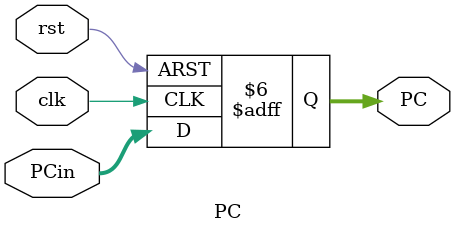
<source format=v>
module PC(
  input wire clk,rst,
  input wire [7:0] PCin, // Entrada para carregamento paralelo
  output reg [7:0] PC  // Saída paralela
);

	reg [7:0] i, ii;
	
	initial
		PC = 8'b00000000;
  

	always @(posedge clk or negedge rst) begin
    
		if (~rst) begin
			for (i = 0; i < 8; i = i + 1)  //como em verilog não permite fazermos diretamente  "registers <= 8'b0;" então fiz um laço para atribuir 0 a cada elemento do vetor.
				PC[i] <= 8'b0000_0000;
		end 
	 
		else begin
			for (ii = 0; ii < 8; ii = ii + 1)
				PC[ii] <= PCin[ii];
		end
  
  end


endmodule
</source>
